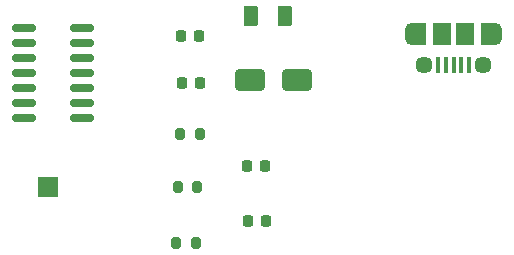
<source format=gbr>
%TF.GenerationSoftware,KiCad,Pcbnew,8.0.6*%
%TF.CreationDate,2025-05-11T15:10:04-04:00*%
%TF.ProjectId,logicprobetool,6c6f6769-6370-4726-9f62-65746f6f6c2e,rev?*%
%TF.SameCoordinates,Original*%
%TF.FileFunction,Soldermask,Top*%
%TF.FilePolarity,Negative*%
%FSLAX46Y46*%
G04 Gerber Fmt 4.6, Leading zero omitted, Abs format (unit mm)*
G04 Created by KiCad (PCBNEW 8.0.6) date 2025-05-11 15:10:04*
%MOMM*%
%LPD*%
G01*
G04 APERTURE LIST*
G04 Aperture macros list*
%AMRoundRect*
0 Rectangle with rounded corners*
0 $1 Rounding radius*
0 $2 $3 $4 $5 $6 $7 $8 $9 X,Y pos of 4 corners*
0 Add a 4 corners polygon primitive as box body*
4,1,4,$2,$3,$4,$5,$6,$7,$8,$9,$2,$3,0*
0 Add four circle primitives for the rounded corners*
1,1,$1+$1,$2,$3*
1,1,$1+$1,$4,$5*
1,1,$1+$1,$6,$7*
1,1,$1+$1,$8,$9*
0 Add four rect primitives between the rounded corners*
20,1,$1+$1,$2,$3,$4,$5,0*
20,1,$1+$1,$4,$5,$6,$7,0*
20,1,$1+$1,$6,$7,$8,$9,0*
20,1,$1+$1,$8,$9,$2,$3,0*%
G04 Aperture macros list end*
%ADD10R,0.400000X1.350000*%
%ADD11O,1.200000X1.900000*%
%ADD12R,1.200000X1.900000*%
%ADD13C,1.450000*%
%ADD14R,1.500000X1.900000*%
%ADD15RoundRect,0.150000X-0.825000X-0.150000X0.825000X-0.150000X0.825000X0.150000X-0.825000X0.150000X0*%
%ADD16RoundRect,0.200000X-0.200000X-0.275000X0.200000X-0.275000X0.200000X0.275000X-0.200000X0.275000X0*%
%ADD17R,1.700000X1.700000*%
%ADD18RoundRect,0.250000X-0.375000X-0.625000X0.375000X-0.625000X0.375000X0.625000X-0.375000X0.625000X0*%
%ADD19RoundRect,0.218750X-0.218750X-0.256250X0.218750X-0.256250X0.218750X0.256250X-0.218750X0.256250X0*%
%ADD20RoundRect,0.250000X-1.000000X-0.650000X1.000000X-0.650000X1.000000X0.650000X-1.000000X0.650000X0*%
%ADD21RoundRect,0.225000X-0.225000X-0.250000X0.225000X-0.250000X0.225000X0.250000X-0.225000X0.250000X0*%
G04 APERTURE END LIST*
D10*
%TO.C,J1*%
X80056000Y-29954200D03*
X79406000Y-29954200D03*
X78756000Y-29954200D03*
X78106000Y-29954200D03*
X77456000Y-29954200D03*
D11*
X82256000Y-27254200D03*
D12*
X81656000Y-27254200D03*
D13*
X81256000Y-29954200D03*
D14*
X79756000Y-27254200D03*
X77756000Y-27254200D03*
D13*
X76256000Y-29954200D03*
D12*
X75856000Y-27254200D03*
D11*
X75256000Y-27254200D03*
%TD*%
D15*
%TO.C,U1*%
X42362000Y-26819600D03*
X42362000Y-28089600D03*
X42362000Y-29359600D03*
X42362000Y-30629600D03*
X42362000Y-31899600D03*
X42362000Y-33169600D03*
X42362000Y-34439600D03*
X47312000Y-34439600D03*
X47312000Y-33169600D03*
X47312000Y-31899600D03*
X47312000Y-30629600D03*
X47312000Y-29359600D03*
X47312000Y-28089600D03*
X47312000Y-26819600D03*
%TD*%
D16*
%TO.C,R3*%
X55271400Y-45008800D03*
X56921400Y-45008800D03*
%TD*%
%TO.C,R2*%
X55398400Y-40208200D03*
X57048400Y-40208200D03*
%TD*%
%TO.C,R1*%
X55601600Y-35763200D03*
X57251600Y-35763200D03*
%TD*%
D17*
%TO.C,J2*%
X44373800Y-40259000D03*
%TD*%
D18*
%TO.C,F1*%
X61639800Y-25781000D03*
X64439800Y-25781000D03*
%TD*%
D19*
%TO.C,D3*%
X61315400Y-43078400D03*
X62890400Y-43078400D03*
%TD*%
%TO.C,D2*%
X61239200Y-38430200D03*
X62814200Y-38430200D03*
%TD*%
D20*
%TO.C,D1*%
X61532000Y-31140400D03*
X65532000Y-31140400D03*
%TD*%
D21*
%TO.C,C2*%
X55727000Y-31419800D03*
X57277000Y-31419800D03*
%TD*%
%TO.C,C1*%
X55650800Y-27457400D03*
X57200800Y-27457400D03*
%TD*%
M02*

</source>
